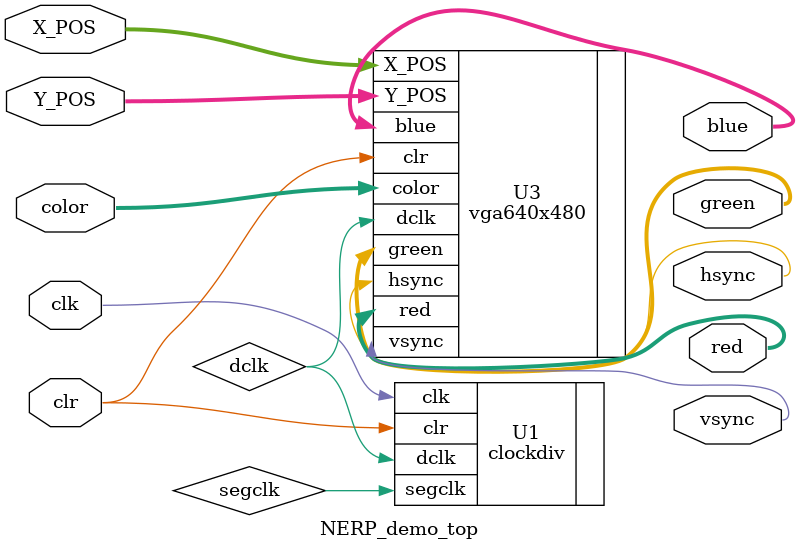
<source format=v>
`timescale 1ns / 1ps
module NERP_demo_top(
	input wire clk,			//master clock = 100MHz
	input wire clr,			//right-most pushbutton for reset
//	output wire [6:0] seg,	//7-segment display LEDs
//	output wire [3:0] an,	//7-segment display anode enable
//	output wire dp,			//7-segment display decimal point
	output wire [2:0] red,	//red vga output - 3 bits
	output wire [2:0] green,//green vga output - 3 bits
	output wire [2:0] blue,	//blue vga output - 3 bits
	output wire hsync,		//horizontal sync out
	output wire vsync,			//vertical sync out
	input wire [9:0] X_POS,
	input wire [9:0] Y_POS,
	input wire [2:0] color
	);

// 7-segment clock interconnect
wire segclk;

// VGA display clock interconnect
wire dclk;

// disable the 7-segment decimal points
//assign dp = 1;

// generate 7-segment clock & display clock
clockdiv U1(
	.clk(clk),
	.clr(clr),
	.segclk(segclk),
	.dclk(dclk)
	);

// 7-segment display controller
//segdisplay U2(
//	.segclk(segclk),
//	.clr(clr),
//	.seg(seg),
//	.an(an)
//	);

// VGA controller
vga640x480 U3(
	.dclk(dclk),
	.clr(clr),
	.hsync(hsync),
	.vsync(vsync),
	.red(red),
	.green(green),
	.blue(blue),
	.X_POS(X_POS),
	.Y_POS(Y_POS),
	.color(color)
	);

endmodule

</source>
